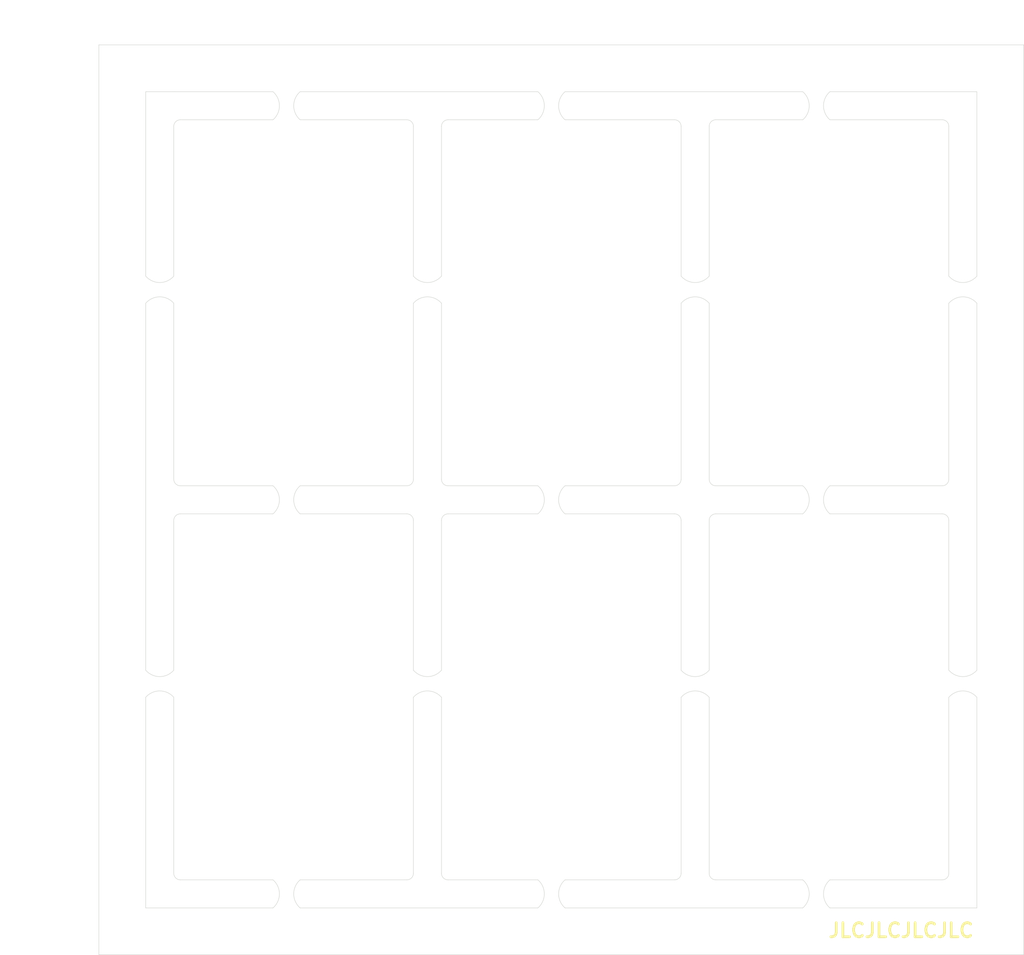
<source format=kicad_pcb>
(kicad_pcb (version 20171130) (host pcbnew 5.1.12-84ad8e8a86~92~ubuntu20.04.1)

  (general
    (thickness 1.6)
    (drawings 128)
    (tracks 0)
    (zones 0)
    (modules 102)
    (nets 1)
  )

  (page A4)
  (layers
    (0 F.Cu signal)
    (31 B.Cu signal)
    (32 B.Adhes user)
    (33 F.Adhes user)
    (34 B.Paste user)
    (35 F.Paste user)
    (36 B.SilkS user)
    (37 F.SilkS user)
    (38 B.Mask user)
    (39 F.Mask user)
    (40 Dwgs.User user)
    (41 Cmts.User user)
    (42 Eco1.User user)
    (43 Eco2.User user)
    (44 Edge.Cuts user)
    (45 Margin user)
    (46 B.CrtYd user)
    (47 F.CrtYd user)
    (48 B.Fab user)
    (49 F.Fab user)
  )

  (setup
    (last_trace_width 0.25)
    (trace_clearance 0.2)
    (zone_clearance 0.3)
    (zone_45_only no)
    (trace_min 0.2)
    (via_size 0.8)
    (via_drill 0.4)
    (via_min_size 0.4)
    (via_min_drill 0.3)
    (uvia_size 0.3)
    (uvia_drill 0.1)
    (uvias_allowed no)
    (uvia_min_size 0.2)
    (uvia_min_drill 0.1)
    (edge_width 0.05)
    (segment_width 0.2)
    (pcb_text_width 0.3)
    (pcb_text_size 1.5 1.5)
    (mod_edge_width 0.12)
    (mod_text_size 1 1)
    (mod_text_width 0.15)
    (pad_size 1.524 1.524)
    (pad_drill 0.762)
    (pad_to_mask_clearance 0)
    (aux_axis_origin 0 0)
    (visible_elements FFFFFF7F)
    (pcbplotparams
      (layerselection 0x010fc_ffffffff)
      (usegerberextensions false)
      (usegerberattributes true)
      (usegerberadvancedattributes true)
      (creategerberjobfile true)
      (excludeedgelayer true)
      (linewidth 0.100000)
      (plotframeref false)
      (viasonmask false)
      (mode 1)
      (useauxorigin false)
      (hpglpennumber 1)
      (hpglpenspeed 20)
      (hpglpendiameter 15.000000)
      (psnegative false)
      (psa4output false)
      (plotreference true)
      (plotvalue true)
      (plotinvisibletext false)
      (padsonsilk false)
      (subtractmaskfromsilk false)
      (outputformat 1)
      (mirror false)
      (drillshape 0)
      (scaleselection 1)
      (outputdirectory "cpl/"))
  )

  (net 0 "")

  (net_class Default "This is the default net class."
    (clearance 0.2)
    (trace_width 0.25)
    (via_dia 0.8)
    (via_drill 0.4)
    (uvia_dia 0.3)
    (uvia_drill 0.1)
  )

  (module panels:0.5mm-NPTH-Drill (layer F.Cu) (tedit 5E4C20B0) (tstamp 61A4E36F)
    (at 192.9 114.9 90)
    (fp_text reference REF** (at 0 1 90) (layer F.SilkS) hide
      (effects (font (size 1 1) (thickness 0.15)))
    )
    (fp_text value 0.5mm-NPTH-Drill (at 0 -1 90) (layer F.Fab) hide
      (effects (font (size 1 1) (thickness 0.15)))
    )
    (pad "" np_thru_hole circle (at 0 0 90) (size 0.5 0.5) (drill 0.5) (layers *.Cu *.Mask))
  )

  (module panels:0.5mm-NPTH-Drill (layer F.Cu) (tedit 5E4C20B0) (tstamp 61A4E367)
    (at 164.3 114.9 90)
    (fp_text reference REF** (at 0 1 90) (layer F.SilkS) hide
      (effects (font (size 1 1) (thickness 0.15)))
    )
    (fp_text value 0.5mm-NPTH-Drill (at 0 -1 90) (layer F.Fab) hide
      (effects (font (size 1 1) (thickness 0.15)))
    )
    (pad "" np_thru_hole circle (at 0 0 90) (size 0.5 0.5) (drill 0.5) (layers *.Cu *.Mask))
  )

  (module panels:0.5mm-NPTH-Drill (layer F.Cu) (tedit 5E4C20B0) (tstamp 61A4E405)
    (at 195.4 115.5 90)
    (fp_text reference REF** (at 0 1 90) (layer F.SilkS) hide
      (effects (font (size 1 1) (thickness 0.15)))
    )
    (fp_text value 0.5mm-NPTH-Drill (at 0 -1 90) (layer F.Fab) hide
      (effects (font (size 1 1) (thickness 0.15)))
    )
    (pad "" np_thru_hole circle (at 0 0 90) (size 0.5 0.5) (drill 0.5) (layers *.Cu *.Mask))
  )

  (module panels:0.5mm-NPTH-Drill (layer F.Cu) (tedit 5E4C20B0) (tstamp 61A4E3FD)
    (at 166.8 115.5 90)
    (fp_text reference REF** (at 0 1 90) (layer F.SilkS) hide
      (effects (font (size 1 1) (thickness 0.15)))
    )
    (fp_text value 0.5mm-NPTH-Drill (at 0 -1 90) (layer F.Fab) hide
      (effects (font (size 1 1) (thickness 0.15)))
    )
    (pad "" np_thru_hole circle (at 0 0 90) (size 0.5 0.5) (drill 0.5) (layers *.Cu *.Mask))
  )

  (module panels:0.5mm-NPTH-Drill (layer F.Cu) (tedit 5E4C20B0) (tstamp 61A4E3F5)
    (at 138.2 115.5 90)
    (fp_text reference REF** (at 0 1 90) (layer F.SilkS) hide
      (effects (font (size 1 1) (thickness 0.15)))
    )
    (fp_text value 0.5mm-NPTH-Drill (at 0 -1 90) (layer F.Fab) hide
      (effects (font (size 1 1) (thickness 0.15)))
    )
    (pad "" np_thru_hole circle (at 0 0 90) (size 0.5 0.5) (drill 0.5) (layers *.Cu *.Mask))
  )

  (module panels:0.5mm-NPTH-Drill (layer F.Cu) (tedit 5E4C20B0) (tstamp 61A4E3ED)
    (at 109.6 115.5 90)
    (fp_text reference REF** (at 0 1 90) (layer F.SilkS) hide
      (effects (font (size 1 1) (thickness 0.15)))
    )
    (fp_text value 0.5mm-NPTH-Drill (at 0 -1 90) (layer F.Fab) hide
      (effects (font (size 1 1) (thickness 0.15)))
    )
    (pad "" np_thru_hole circle (at 0 0 90) (size 0.5 0.5) (drill 0.5) (layers *.Cu *.Mask))
  )

  (module panels:0.5mm-NPTH-Drill (layer F.Cu) (tedit 5E4C20B0) (tstamp 61A4E3E5)
    (at 195.4 73.4 90)
    (fp_text reference REF** (at 0 1 90) (layer F.SilkS) hide
      (effects (font (size 1 1) (thickness 0.15)))
    )
    (fp_text value 0.5mm-NPTH-Drill (at 0 -1 90) (layer F.Fab) hide
      (effects (font (size 1 1) (thickness 0.15)))
    )
    (pad "" np_thru_hole circle (at 0 0 90) (size 0.5 0.5) (drill 0.5) (layers *.Cu *.Mask))
  )

  (module panels:0.5mm-NPTH-Drill (layer F.Cu) (tedit 5E4C20B0) (tstamp 61A4E3DD)
    (at 166.8 73.4 90)
    (fp_text reference REF** (at 0 1 90) (layer F.SilkS) hide
      (effects (font (size 1 1) (thickness 0.15)))
    )
    (fp_text value 0.5mm-NPTH-Drill (at 0 -1 90) (layer F.Fab) hide
      (effects (font (size 1 1) (thickness 0.15)))
    )
    (pad "" np_thru_hole circle (at 0 0 90) (size 0.5 0.5) (drill 0.5) (layers *.Cu *.Mask))
  )

  (module panels:0.5mm-NPTH-Drill (layer F.Cu) (tedit 5E4C20B0) (tstamp 61A4E3D5)
    (at 138.2 73.4 90)
    (fp_text reference REF** (at 0 1 90) (layer F.SilkS) hide
      (effects (font (size 1 1) (thickness 0.15)))
    )
    (fp_text value 0.5mm-NPTH-Drill (at 0 -1 90) (layer F.Fab) hide
      (effects (font (size 1 1) (thickness 0.15)))
    )
    (pad "" np_thru_hole circle (at 0 0 90) (size 0.5 0.5) (drill 0.5) (layers *.Cu *.Mask))
  )

  (module panels:0.5mm-NPTH-Drill (layer F.Cu) (tedit 5E4C20B0) (tstamp 61A4E3BA)
    (at 192.9 115.6 90)
    (fp_text reference REF** (at 0 1 90) (layer F.SilkS) hide
      (effects (font (size 1 1) (thickness 0.15)))
    )
    (fp_text value 0.5mm-NPTH-Drill (at 0 -1 90) (layer F.Fab) hide
      (effects (font (size 1 1) (thickness 0.15)))
    )
    (pad "" np_thru_hole circle (at 0 0 90) (size 0.5 0.5) (drill 0.5) (layers *.Cu *.Mask))
  )

  (module panels:0.5mm-NPTH-Drill (layer F.Cu) (tedit 5E4C20B0) (tstamp 61A4E3B2)
    (at 164.3 115.6 90)
    (fp_text reference REF** (at 0 1 90) (layer F.SilkS) hide
      (effects (font (size 1 1) (thickness 0.15)))
    )
    (fp_text value 0.5mm-NPTH-Drill (at 0 -1 90) (layer F.Fab) hide
      (effects (font (size 1 1) (thickness 0.15)))
    )
    (pad "" np_thru_hole circle (at 0 0 90) (size 0.5 0.5) (drill 0.5) (layers *.Cu *.Mask))
  )

  (module panels:0.5mm-NPTH-Drill (layer F.Cu) (tedit 5E4C20B0) (tstamp 61A4E3AA)
    (at 135.7 115.6 90)
    (fp_text reference REF** (at 0 1 90) (layer F.SilkS) hide
      (effects (font (size 1 1) (thickness 0.15)))
    )
    (fp_text value 0.5mm-NPTH-Drill (at 0 -1 90) (layer F.Fab) hide
      (effects (font (size 1 1) (thickness 0.15)))
    )
    (pad "" np_thru_hole circle (at 0 0 90) (size 0.5 0.5) (drill 0.5) (layers *.Cu *.Mask))
  )

  (module panels:0.5mm-NPTH-Drill (layer F.Cu) (tedit 5E4C20B0) (tstamp 61A4E3A2)
    (at 107.1 115.6 90)
    (fp_text reference REF** (at 0 1 90) (layer F.SilkS) hide
      (effects (font (size 1 1) (thickness 0.15)))
    )
    (fp_text value 0.5mm-NPTH-Drill (at 0 -1 90) (layer F.Fab) hide
      (effects (font (size 1 1) (thickness 0.15)))
    )
    (pad "" np_thru_hole circle (at 0 0 90) (size 0.5 0.5) (drill 0.5) (layers *.Cu *.Mask))
  )

  (module panels:0.5mm-NPTH-Drill (layer F.Cu) (tedit 5E4C20B0) (tstamp 61A4E39A)
    (at 192.9 73.5 90)
    (fp_text reference REF** (at 0 1 90) (layer F.SilkS) hide
      (effects (font (size 1 1) (thickness 0.15)))
    )
    (fp_text value 0.5mm-NPTH-Drill (at 0 -1 90) (layer F.Fab) hide
      (effects (font (size 1 1) (thickness 0.15)))
    )
    (pad "" np_thru_hole circle (at 0 0 90) (size 0.5 0.5) (drill 0.5) (layers *.Cu *.Mask))
  )

  (module panels:0.5mm-NPTH-Drill (layer F.Cu) (tedit 5E4C20B0) (tstamp 61A4E392)
    (at 164.3 73.5 90)
    (fp_text reference REF** (at 0 1 90) (layer F.SilkS) hide
      (effects (font (size 1 1) (thickness 0.15)))
    )
    (fp_text value 0.5mm-NPTH-Drill (at 0 -1 90) (layer F.Fab) hide
      (effects (font (size 1 1) (thickness 0.15)))
    )
    (pad "" np_thru_hole circle (at 0 0 90) (size 0.5 0.5) (drill 0.5) (layers *.Cu *.Mask))
  )

  (module panels:0.5mm-NPTH-Drill (layer F.Cu) (tedit 5E4C20B0) (tstamp 61A4E38A)
    (at 135.7 73.5 90)
    (fp_text reference REF** (at 0 1 90) (layer F.SilkS) hide
      (effects (font (size 1 1) (thickness 0.15)))
    )
    (fp_text value 0.5mm-NPTH-Drill (at 0 -1 90) (layer F.Fab) hide
      (effects (font (size 1 1) (thickness 0.15)))
    )
    (pad "" np_thru_hole circle (at 0 0 90) (size 0.5 0.5) (drill 0.5) (layers *.Cu *.Mask))
  )

  (module panels:0.5mm-NPTH-Drill (layer F.Cu) (tedit 5E4C20B0) (tstamp 61A4E35F)
    (at 135.7 114.9 90)
    (fp_text reference REF** (at 0 1 90) (layer F.SilkS) hide
      (effects (font (size 1 1) (thickness 0.15)))
    )
    (fp_text value 0.5mm-NPTH-Drill (at 0 -1 90) (layer F.Fab) hide
      (effects (font (size 1 1) (thickness 0.15)))
    )
    (pad "" np_thru_hole circle (at 0 0 90) (size 0.5 0.5) (drill 0.5) (layers *.Cu *.Mask))
  )

  (module panels:0.5mm-NPTH-Drill (layer F.Cu) (tedit 5E4C20B0) (tstamp 61A4E357)
    (at 107.1 114.9 90)
    (fp_text reference REF** (at 0 1 90) (layer F.SilkS) hide
      (effects (font (size 1 1) (thickness 0.15)))
    )
    (fp_text value 0.5mm-NPTH-Drill (at 0 -1 90) (layer F.Fab) hide
      (effects (font (size 1 1) (thickness 0.15)))
    )
    (pad "" np_thru_hole circle (at 0 0 90) (size 0.5 0.5) (drill 0.5) (layers *.Cu *.Mask))
  )

  (module panels:0.5mm-NPTH-Drill (layer F.Cu) (tedit 5E4C20B0) (tstamp 61A4E34F)
    (at 192.9 72.8 90)
    (fp_text reference REF** (at 0 1 90) (layer F.SilkS) hide
      (effects (font (size 1 1) (thickness 0.15)))
    )
    (fp_text value 0.5mm-NPTH-Drill (at 0 -1 90) (layer F.Fab) hide
      (effects (font (size 1 1) (thickness 0.15)))
    )
    (pad "" np_thru_hole circle (at 0 0 90) (size 0.5 0.5) (drill 0.5) (layers *.Cu *.Mask))
  )

  (module panels:0.5mm-NPTH-Drill (layer F.Cu) (tedit 5E4C20B0) (tstamp 61A4E347)
    (at 164.3 72.8 90)
    (fp_text reference REF** (at 0 1 90) (layer F.SilkS) hide
      (effects (font (size 1 1) (thickness 0.15)))
    )
    (fp_text value 0.5mm-NPTH-Drill (at 0 -1 90) (layer F.Fab) hide
      (effects (font (size 1 1) (thickness 0.15)))
    )
    (pad "" np_thru_hole circle (at 0 0 90) (size 0.5 0.5) (drill 0.5) (layers *.Cu *.Mask))
  )

  (module panels:0.5mm-NPTH-Drill (layer F.Cu) (tedit 5E4C20B0) (tstamp 61A4E33F)
    (at 135.7 72.8 90)
    (fp_text reference REF** (at 0 1 90) (layer F.SilkS) hide
      (effects (font (size 1 1) (thickness 0.15)))
    )
    (fp_text value 0.5mm-NPTH-Drill (at 0 -1 90) (layer F.Fab) hide
      (effects (font (size 1 1) (thickness 0.15)))
    )
    (pad "" np_thru_hole circle (at 0 0 90) (size 0.5 0.5) (drill 0.5) (layers *.Cu *.Mask))
  )

  (module panels:0.5mm-NPTH-Drill (layer F.Cu) (tedit 5E4C20B0) (tstamp 61A4E333)
    (at 192.9 114.2 90)
    (fp_text reference REF** (at 0 1 90) (layer F.SilkS) hide
      (effects (font (size 1 1) (thickness 0.15)))
    )
    (fp_text value 0.5mm-NPTH-Drill (at 0 -1 90) (layer F.Fab) hide
      (effects (font (size 1 1) (thickness 0.15)))
    )
    (pad "" np_thru_hole circle (at 0 0 90) (size 0.5 0.5) (drill 0.5) (layers *.Cu *.Mask))
  )

  (module panels:0.5mm-NPTH-Drill (layer F.Cu) (tedit 5E4C20B0) (tstamp 61A4E32B)
    (at 164.3 114.2 90)
    (fp_text reference REF** (at 0 1 90) (layer F.SilkS) hide
      (effects (font (size 1 1) (thickness 0.15)))
    )
    (fp_text value 0.5mm-NPTH-Drill (at 0 -1 90) (layer F.Fab) hide
      (effects (font (size 1 1) (thickness 0.15)))
    )
    (pad "" np_thru_hole circle (at 0 0 90) (size 0.5 0.5) (drill 0.5) (layers *.Cu *.Mask))
  )

  (module panels:0.5mm-NPTH-Drill (layer F.Cu) (tedit 5E4C20B0) (tstamp 61A4E323)
    (at 135.7 114.2 90)
    (fp_text reference REF** (at 0 1 90) (layer F.SilkS) hide
      (effects (font (size 1 1) (thickness 0.15)))
    )
    (fp_text value 0.5mm-NPTH-Drill (at 0 -1 90) (layer F.Fab) hide
      (effects (font (size 1 1) (thickness 0.15)))
    )
    (pad "" np_thru_hole circle (at 0 0 90) (size 0.5 0.5) (drill 0.5) (layers *.Cu *.Mask))
  )

  (module panels:0.5mm-NPTH-Drill (layer F.Cu) (tedit 5E4C20B0) (tstamp 61A4E31B)
    (at 107.1 114.2 90)
    (fp_text reference REF** (at 0 1 90) (layer F.SilkS) hide
      (effects (font (size 1 1) (thickness 0.15)))
    )
    (fp_text value 0.5mm-NPTH-Drill (at 0 -1 90) (layer F.Fab) hide
      (effects (font (size 1 1) (thickness 0.15)))
    )
    (pad "" np_thru_hole circle (at 0 0 90) (size 0.5 0.5) (drill 0.5) (layers *.Cu *.Mask))
  )

  (module panels:0.5mm-NPTH-Drill (layer F.Cu) (tedit 5E4C20B0) (tstamp 61A4E313)
    (at 192.9 72.1 90)
    (fp_text reference REF** (at 0 1 90) (layer F.SilkS) hide
      (effects (font (size 1 1) (thickness 0.15)))
    )
    (fp_text value 0.5mm-NPTH-Drill (at 0 -1 90) (layer F.Fab) hide
      (effects (font (size 1 1) (thickness 0.15)))
    )
    (pad "" np_thru_hole circle (at 0 0 90) (size 0.5 0.5) (drill 0.5) (layers *.Cu *.Mask))
  )

  (module panels:0.5mm-NPTH-Drill (layer F.Cu) (tedit 5E4C20B0) (tstamp 61A4E30B)
    (at 164.3 72.1 90)
    (fp_text reference REF** (at 0 1 90) (layer F.SilkS) hide
      (effects (font (size 1 1) (thickness 0.15)))
    )
    (fp_text value 0.5mm-NPTH-Drill (at 0 -1 90) (layer F.Fab) hide
      (effects (font (size 1 1) (thickness 0.15)))
    )
    (pad "" np_thru_hole circle (at 0 0 90) (size 0.5 0.5) (drill 0.5) (layers *.Cu *.Mask))
  )

  (module panels:0.5mm-NPTH-Drill (layer F.Cu) (tedit 5E4C20B0) (tstamp 61A4E303)
    (at 135.7 72.1 90)
    (fp_text reference REF** (at 0 1 90) (layer F.SilkS) hide
      (effects (font (size 1 1) (thickness 0.15)))
    )
    (fp_text value 0.5mm-NPTH-Drill (at 0 -1 90) (layer F.Fab) hide
      (effects (font (size 1 1) (thickness 0.15)))
    )
    (pad "" np_thru_hole circle (at 0 0 90) (size 0.5 0.5) (drill 0.5) (layers *.Cu *.Mask))
  )

  (module panels:0.5mm-NPTH-Drill (layer F.Cu) (tedit 5E4C20B0) (tstamp 61A4E2F7)
    (at 195.4 114.1 90)
    (fp_text reference REF** (at 0 1 90) (layer F.SilkS) hide
      (effects (font (size 1 1) (thickness 0.15)))
    )
    (fp_text value 0.5mm-NPTH-Drill (at 0 -1 90) (layer F.Fab) hide
      (effects (font (size 1 1) (thickness 0.15)))
    )
    (pad "" np_thru_hole circle (at 0 0 90) (size 0.5 0.5) (drill 0.5) (layers *.Cu *.Mask))
  )

  (module panels:0.5mm-NPTH-Drill (layer F.Cu) (tedit 5E4C20B0) (tstamp 61A4E2EF)
    (at 166.8 114.1 90)
    (fp_text reference REF** (at 0 1 90) (layer F.SilkS) hide
      (effects (font (size 1 1) (thickness 0.15)))
    )
    (fp_text value 0.5mm-NPTH-Drill (at 0 -1 90) (layer F.Fab) hide
      (effects (font (size 1 1) (thickness 0.15)))
    )
    (pad "" np_thru_hole circle (at 0 0 90) (size 0.5 0.5) (drill 0.5) (layers *.Cu *.Mask))
  )

  (module panels:0.5mm-NPTH-Drill (layer F.Cu) (tedit 5E4C20B0) (tstamp 61A4E2E7)
    (at 138.2 114.1 90)
    (fp_text reference REF** (at 0 1 90) (layer F.SilkS) hide
      (effects (font (size 1 1) (thickness 0.15)))
    )
    (fp_text value 0.5mm-NPTH-Drill (at 0 -1 90) (layer F.Fab) hide
      (effects (font (size 1 1) (thickness 0.15)))
    )
    (pad "" np_thru_hole circle (at 0 0 90) (size 0.5 0.5) (drill 0.5) (layers *.Cu *.Mask))
  )

  (module panels:0.5mm-NPTH-Drill (layer F.Cu) (tedit 5E4C20B0) (tstamp 61A4E2DF)
    (at 109.6 114.1 90)
    (fp_text reference REF** (at 0 1 90) (layer F.SilkS) hide
      (effects (font (size 1 1) (thickness 0.15)))
    )
    (fp_text value 0.5mm-NPTH-Drill (at 0 -1 90) (layer F.Fab) hide
      (effects (font (size 1 1) (thickness 0.15)))
    )
    (pad "" np_thru_hole circle (at 0 0 90) (size 0.5 0.5) (drill 0.5) (layers *.Cu *.Mask))
  )

  (module panels:0.5mm-NPTH-Drill (layer F.Cu) (tedit 5E4C20B0) (tstamp 61A4E2D7)
    (at 195.4 72 90)
    (fp_text reference REF** (at 0 1 90) (layer F.SilkS) hide
      (effects (font (size 1 1) (thickness 0.15)))
    )
    (fp_text value 0.5mm-NPTH-Drill (at 0 -1 90) (layer F.Fab) hide
      (effects (font (size 1 1) (thickness 0.15)))
    )
    (pad "" np_thru_hole circle (at 0 0 90) (size 0.5 0.5) (drill 0.5) (layers *.Cu *.Mask))
  )

  (module panels:0.5mm-NPTH-Drill (layer F.Cu) (tedit 5E4C20B0) (tstamp 61A4E2CF)
    (at 166.8 72 90)
    (fp_text reference REF** (at 0 1 90) (layer F.SilkS) hide
      (effects (font (size 1 1) (thickness 0.15)))
    )
    (fp_text value 0.5mm-NPTH-Drill (at 0 -1 90) (layer F.Fab) hide
      (effects (font (size 1 1) (thickness 0.15)))
    )
    (pad "" np_thru_hole circle (at 0 0 90) (size 0.5 0.5) (drill 0.5) (layers *.Cu *.Mask))
  )

  (module panels:0.5mm-NPTH-Drill (layer F.Cu) (tedit 5E4C20B0) (tstamp 61A4E2C7)
    (at 138.2 72 90)
    (fp_text reference REF** (at 0 1 90) (layer F.SilkS) hide
      (effects (font (size 1 1) (thickness 0.15)))
    )
    (fp_text value 0.5mm-NPTH-Drill (at 0 -1 90) (layer F.Fab) hide
      (effects (font (size 1 1) (thickness 0.15)))
    )
    (pad "" np_thru_hole circle (at 0 0 90) (size 0.5 0.5) (drill 0.5) (layers *.Cu *.Mask))
  )

  (module panels:0.5mm-NPTH-Drill (layer F.Cu) (tedit 5E4C20B0) (tstamp 61A4E2BB)
    (at 195.4 114.8 90)
    (fp_text reference REF** (at 0 1 90) (layer F.SilkS) hide
      (effects (font (size 1 1) (thickness 0.15)))
    )
    (fp_text value 0.5mm-NPTH-Drill (at 0 -1 90) (layer F.Fab) hide
      (effects (font (size 1 1) (thickness 0.15)))
    )
    (pad "" np_thru_hole circle (at 0 0 90) (size 0.5 0.5) (drill 0.5) (layers *.Cu *.Mask))
  )

  (module panels:0.5mm-NPTH-Drill (layer F.Cu) (tedit 5E4C20B0) (tstamp 61A4E2B3)
    (at 166.8 114.8 90)
    (fp_text reference REF** (at 0 1 90) (layer F.SilkS) hide
      (effects (font (size 1 1) (thickness 0.15)))
    )
    (fp_text value 0.5mm-NPTH-Drill (at 0 -1 90) (layer F.Fab) hide
      (effects (font (size 1 1) (thickness 0.15)))
    )
    (pad "" np_thru_hole circle (at 0 0 90) (size 0.5 0.5) (drill 0.5) (layers *.Cu *.Mask))
  )

  (module panels:0.5mm-NPTH-Drill (layer F.Cu) (tedit 5E4C20B0) (tstamp 61A4E2AB)
    (at 138.2 114.8 90)
    (fp_text reference REF** (at 0 1 90) (layer F.SilkS) hide
      (effects (font (size 1 1) (thickness 0.15)))
    )
    (fp_text value 0.5mm-NPTH-Drill (at 0 -1 90) (layer F.Fab) hide
      (effects (font (size 1 1) (thickness 0.15)))
    )
    (pad "" np_thru_hole circle (at 0 0 90) (size 0.5 0.5) (drill 0.5) (layers *.Cu *.Mask))
  )

  (module panels:0.5mm-NPTH-Drill (layer F.Cu) (tedit 5E4C20B0) (tstamp 61A4E2A3)
    (at 109.6 114.8 90)
    (fp_text reference REF** (at 0 1 90) (layer F.SilkS) hide
      (effects (font (size 1 1) (thickness 0.15)))
    )
    (fp_text value 0.5mm-NPTH-Drill (at 0 -1 90) (layer F.Fab) hide
      (effects (font (size 1 1) (thickness 0.15)))
    )
    (pad "" np_thru_hole circle (at 0 0 90) (size 0.5 0.5) (drill 0.5) (layers *.Cu *.Mask))
  )

  (module panels:0.5mm-NPTH-Drill (layer F.Cu) (tedit 5E4C20B0) (tstamp 61A4E29B)
    (at 195.4 72.7 90)
    (fp_text reference REF** (at 0 1 90) (layer F.SilkS) hide
      (effects (font (size 1 1) (thickness 0.15)))
    )
    (fp_text value 0.5mm-NPTH-Drill (at 0 -1 90) (layer F.Fab) hide
      (effects (font (size 1 1) (thickness 0.15)))
    )
    (pad "" np_thru_hole circle (at 0 0 90) (size 0.5 0.5) (drill 0.5) (layers *.Cu *.Mask))
  )

  (module panels:0.5mm-NPTH-Drill (layer F.Cu) (tedit 5E4C20B0) (tstamp 61A4E293)
    (at 166.8 72.7 90)
    (fp_text reference REF** (at 0 1 90) (layer F.SilkS) hide
      (effects (font (size 1 1) (thickness 0.15)))
    )
    (fp_text value 0.5mm-NPTH-Drill (at 0 -1 90) (layer F.Fab) hide
      (effects (font (size 1 1) (thickness 0.15)))
    )
    (pad "" np_thru_hole circle (at 0 0 90) (size 0.5 0.5) (drill 0.5) (layers *.Cu *.Mask))
  )

  (module panels:0.5mm-NPTH-Drill (layer F.Cu) (tedit 5E4C20B0) (tstamp 61A4E28B)
    (at 138.2 72.7 90)
    (fp_text reference REF** (at 0 1 90) (layer F.SilkS) hide
      (effects (font (size 1 1) (thickness 0.15)))
    )
    (fp_text value 0.5mm-NPTH-Drill (at 0 -1 90) (layer F.Fab) hide
      (effects (font (size 1 1) (thickness 0.15)))
    )
    (pad "" np_thru_hole circle (at 0 0 90) (size 0.5 0.5) (drill 0.5) (layers *.Cu *.Mask))
  )

  (module panels:0.5mm-NPTH-Drill (layer F.Cu) (tedit 5E4C20B0) (tstamp 61A4DEEA)
    (at 109.6 72.7 90)
    (fp_text reference REF** (at 0 1 90) (layer F.SilkS) hide
      (effects (font (size 1 1) (thickness 0.15)))
    )
    (fp_text value 0.5mm-NPTH-Drill (at 0 -1 90) (layer F.Fab) hide
      (effects (font (size 1 1) (thickness 0.15)))
    )
    (pad "" np_thru_hole circle (at 0 0 90) (size 0.5 0.5) (drill 0.5) (layers *.Cu *.Mask))
  )

  (module panels:0.5mm-NPTH-Drill (layer F.Cu) (tedit 5E4C20B0) (tstamp 61A4DEE6)
    (at 109.6 72 90)
    (fp_text reference REF** (at 0 1 90) (layer F.SilkS) hide
      (effects (font (size 1 1) (thickness 0.15)))
    )
    (fp_text value 0.5mm-NPTH-Drill (at 0 -1 90) (layer F.Fab) hide
      (effects (font (size 1 1) (thickness 0.15)))
    )
    (pad "" np_thru_hole circle (at 0 0 90) (size 0.5 0.5) (drill 0.5) (layers *.Cu *.Mask))
  )

  (module panels:0.5mm-NPTH-Drill (layer F.Cu) (tedit 5E4C20B0) (tstamp 61A4DEE1)
    (at 107.1 72.8 90)
    (fp_text reference REF** (at 0 1 90) (layer F.SilkS) hide
      (effects (font (size 1 1) (thickness 0.15)))
    )
    (fp_text value 0.5mm-NPTH-Drill (at 0 -1 90) (layer F.Fab) hide
      (effects (font (size 1 1) (thickness 0.15)))
    )
    (pad "" np_thru_hole circle (at 0 0 90) (size 0.5 0.5) (drill 0.5) (layers *.Cu *.Mask))
  )

  (module panels:0.5mm-NPTH-Drill (layer F.Cu) (tedit 5E4C20B0) (tstamp 61A4DEDD)
    (at 107.1 72.1 90)
    (fp_text reference REF** (at 0 1 90) (layer F.SilkS) hide
      (effects (font (size 1 1) (thickness 0.15)))
    )
    (fp_text value 0.5mm-NPTH-Drill (at 0 -1 90) (layer F.Fab) hide
      (effects (font (size 1 1) (thickness 0.15)))
    )
    (pad "" np_thru_hole circle (at 0 0 90) (size 0.5 0.5) (drill 0.5) (layers *.Cu *.Mask))
  )

  (module panels:0.5mm-NPTH-Drill (layer F.Cu) (tedit 5E4C20B0) (tstamp 61A4DED9)
    (at 107.1 73.5 90)
    (fp_text reference REF** (at 0 1 90) (layer F.SilkS) hide
      (effects (font (size 1 1) (thickness 0.15)))
    )
    (fp_text value 0.5mm-NPTH-Drill (at 0 -1 90) (layer F.Fab) hide
      (effects (font (size 1 1) (thickness 0.15)))
    )
    (pad "" np_thru_hole circle (at 0 0 90) (size 0.5 0.5) (drill 0.5) (layers *.Cu *.Mask))
  )

  (module panels:0.5mm-NPTH-Drill (layer F.Cu) (tedit 5E4C20B0) (tstamp 61A4DED5)
    (at 109.6 73.4 90)
    (fp_text reference REF** (at 0 1 90) (layer F.SilkS) hide
      (effects (font (size 1 1) (thickness 0.15)))
    )
    (fp_text value 0.5mm-NPTH-Drill (at 0 -1 90) (layer F.Fab) hide
      (effects (font (size 1 1) (thickness 0.15)))
    )
    (pad "" np_thru_hole circle (at 0 0 90) (size 0.5 0.5) (drill 0.5) (layers *.Cu *.Mask))
  )

  (module panels:0.5mm-NPTH-Drill (layer F.Cu) (tedit 5E4C20B0) (tstamp 61A4DE53)
    (at 178.6 138.5)
    (fp_text reference REF** (at 0 1) (layer F.SilkS) hide
      (effects (font (size 1 1) (thickness 0.15)))
    )
    (fp_text value 0.5mm-NPTH-Drill (at 0 -1) (layer F.Fab) hide
      (effects (font (size 1 1) (thickness 0.15)))
    )
    (pad "" np_thru_hole circle (at 0 0) (size 0.5 0.5) (drill 0.5) (layers *.Cu *.Mask))
  )

  (module panels:0.5mm-NPTH-Drill (layer F.Cu) (tedit 5E4C20B0) (tstamp 61A4DE4B)
    (at 150.3 138.5)
    (fp_text reference REF** (at 0 1) (layer F.SilkS) hide
      (effects (font (size 1 1) (thickness 0.15)))
    )
    (fp_text value 0.5mm-NPTH-Drill (at 0 -1) (layer F.Fab) hide
      (effects (font (size 1 1) (thickness 0.15)))
    )
    (pad "" np_thru_hole circle (at 0 0) (size 0.5 0.5) (drill 0.5) (layers *.Cu *.Mask))
  )

  (module panels:0.5mm-NPTH-Drill (layer F.Cu) (tedit 5E4C20B0) (tstamp 61A4DE43)
    (at 122 138.5)
    (fp_text reference REF** (at 0 1) (layer F.SilkS) hide
      (effects (font (size 1 1) (thickness 0.15)))
    )
    (fp_text value 0.5mm-NPTH-Drill (at 0 -1) (layer F.Fab) hide
      (effects (font (size 1 1) (thickness 0.15)))
    )
    (pad "" np_thru_hole circle (at 0 0) (size 0.5 0.5) (drill 0.5) (layers *.Cu *.Mask))
  )

  (module panels:0.5mm-NPTH-Drill (layer F.Cu) (tedit 5E4C20B0) (tstamp 61A4DE3B)
    (at 178.6 96.4)
    (fp_text reference REF** (at 0 1) (layer F.SilkS) hide
      (effects (font (size 1 1) (thickness 0.15)))
    )
    (fp_text value 0.5mm-NPTH-Drill (at 0 -1) (layer F.Fab) hide
      (effects (font (size 1 1) (thickness 0.15)))
    )
    (pad "" np_thru_hole circle (at 0 0) (size 0.5 0.5) (drill 0.5) (layers *.Cu *.Mask))
  )

  (module panels:0.5mm-NPTH-Drill (layer F.Cu) (tedit 5E4C20B0) (tstamp 61A4DE33)
    (at 150.3 96.4)
    (fp_text reference REF** (at 0 1) (layer F.SilkS) hide
      (effects (font (size 1 1) (thickness 0.15)))
    )
    (fp_text value 0.5mm-NPTH-Drill (at 0 -1) (layer F.Fab) hide
      (effects (font (size 1 1) (thickness 0.15)))
    )
    (pad "" np_thru_hole circle (at 0 0) (size 0.5 0.5) (drill 0.5) (layers *.Cu *.Mask))
  )

  (module panels:0.5mm-NPTH-Drill (layer F.Cu) (tedit 5E4C20B0) (tstamp 61A4DE2B)
    (at 122 96.4)
    (fp_text reference REF** (at 0 1) (layer F.SilkS) hide
      (effects (font (size 1 1) (thickness 0.15)))
    )
    (fp_text value 0.5mm-NPTH-Drill (at 0 -1) (layer F.Fab) hide
      (effects (font (size 1 1) (thickness 0.15)))
    )
    (pad "" np_thru_hole circle (at 0 0) (size 0.5 0.5) (drill 0.5) (layers *.Cu *.Mask))
  )

  (module panels:0.5mm-NPTH-Drill (layer F.Cu) (tedit 5E4C20B0) (tstamp 61A4DE23)
    (at 178.6 54.3)
    (fp_text reference REF** (at 0 1) (layer F.SilkS) hide
      (effects (font (size 1 1) (thickness 0.15)))
    )
    (fp_text value 0.5mm-NPTH-Drill (at 0 -1) (layer F.Fab) hide
      (effects (font (size 1 1) (thickness 0.15)))
    )
    (pad "" np_thru_hole circle (at 0 0) (size 0.5 0.5) (drill 0.5) (layers *.Cu *.Mask))
  )

  (module panels:0.5mm-NPTH-Drill (layer F.Cu) (tedit 5E4C20B0) (tstamp 61A4DE1B)
    (at 150.3 54.3)
    (fp_text reference REF** (at 0 1) (layer F.SilkS) hide
      (effects (font (size 1 1) (thickness 0.15)))
    )
    (fp_text value 0.5mm-NPTH-Drill (at 0 -1) (layer F.Fab) hide
      (effects (font (size 1 1) (thickness 0.15)))
    )
    (pad "" np_thru_hole circle (at 0 0) (size 0.5 0.5) (drill 0.5) (layers *.Cu *.Mask))
  )

  (module panels:0.5mm-NPTH-Drill (layer F.Cu) (tedit 5E4C20B0) (tstamp 61A4DE0F)
    (at 179.3 138.5)
    (fp_text reference REF** (at 0 1) (layer F.SilkS) hide
      (effects (font (size 1 1) (thickness 0.15)))
    )
    (fp_text value 0.5mm-NPTH-Drill (at 0 -1) (layer F.Fab) hide
      (effects (font (size 1 1) (thickness 0.15)))
    )
    (pad "" np_thru_hole circle (at 0 0) (size 0.5 0.5) (drill 0.5) (layers *.Cu *.Mask))
  )

  (module panels:0.5mm-NPTH-Drill (layer F.Cu) (tedit 5E4C20B0) (tstamp 61A4DE07)
    (at 151 138.5)
    (fp_text reference REF** (at 0 1) (layer F.SilkS) hide
      (effects (font (size 1 1) (thickness 0.15)))
    )
    (fp_text value 0.5mm-NPTH-Drill (at 0 -1) (layer F.Fab) hide
      (effects (font (size 1 1) (thickness 0.15)))
    )
    (pad "" np_thru_hole circle (at 0 0) (size 0.5 0.5) (drill 0.5) (layers *.Cu *.Mask))
  )

  (module panels:0.5mm-NPTH-Drill (layer F.Cu) (tedit 5E4C20B0) (tstamp 61A4DDFF)
    (at 122.7 138.5)
    (fp_text reference REF** (at 0 1) (layer F.SilkS) hide
      (effects (font (size 1 1) (thickness 0.15)))
    )
    (fp_text value 0.5mm-NPTH-Drill (at 0 -1) (layer F.Fab) hide
      (effects (font (size 1 1) (thickness 0.15)))
    )
    (pad "" np_thru_hole circle (at 0 0) (size 0.5 0.5) (drill 0.5) (layers *.Cu *.Mask))
  )

  (module panels:0.5mm-NPTH-Drill (layer F.Cu) (tedit 5E4C20B0) (tstamp 61A4DDF7)
    (at 179.3 96.4)
    (fp_text reference REF** (at 0 1) (layer F.SilkS) hide
      (effects (font (size 1 1) (thickness 0.15)))
    )
    (fp_text value 0.5mm-NPTH-Drill (at 0 -1) (layer F.Fab) hide
      (effects (font (size 1 1) (thickness 0.15)))
    )
    (pad "" np_thru_hole circle (at 0 0) (size 0.5 0.5) (drill 0.5) (layers *.Cu *.Mask))
  )

  (module panels:0.5mm-NPTH-Drill (layer F.Cu) (tedit 5E4C20B0) (tstamp 61A4DDEF)
    (at 151 96.4)
    (fp_text reference REF** (at 0 1) (layer F.SilkS) hide
      (effects (font (size 1 1) (thickness 0.15)))
    )
    (fp_text value 0.5mm-NPTH-Drill (at 0 -1) (layer F.Fab) hide
      (effects (font (size 1 1) (thickness 0.15)))
    )
    (pad "" np_thru_hole circle (at 0 0) (size 0.5 0.5) (drill 0.5) (layers *.Cu *.Mask))
  )

  (module panels:0.5mm-NPTH-Drill (layer F.Cu) (tedit 5E4C20B0) (tstamp 61A4DDE7)
    (at 122.7 96.4)
    (fp_text reference REF** (at 0 1) (layer F.SilkS) hide
      (effects (font (size 1 1) (thickness 0.15)))
    )
    (fp_text value 0.5mm-NPTH-Drill (at 0 -1) (layer F.Fab) hide
      (effects (font (size 1 1) (thickness 0.15)))
    )
    (pad "" np_thru_hole circle (at 0 0) (size 0.5 0.5) (drill 0.5) (layers *.Cu *.Mask))
  )

  (module panels:0.5mm-NPTH-Drill (layer F.Cu) (tedit 5E4C20B0) (tstamp 61A4DDDF)
    (at 179.3 54.3)
    (fp_text reference REF** (at 0 1) (layer F.SilkS) hide
      (effects (font (size 1 1) (thickness 0.15)))
    )
    (fp_text value 0.5mm-NPTH-Drill (at 0 -1) (layer F.Fab) hide
      (effects (font (size 1 1) (thickness 0.15)))
    )
    (pad "" np_thru_hole circle (at 0 0) (size 0.5 0.5) (drill 0.5) (layers *.Cu *.Mask))
  )

  (module panels:0.5mm-NPTH-Drill (layer F.Cu) (tedit 5E4C20B0) (tstamp 61A4DDD7)
    (at 151 54.3)
    (fp_text reference REF** (at 0 1) (layer F.SilkS) hide
      (effects (font (size 1 1) (thickness 0.15)))
    )
    (fp_text value 0.5mm-NPTH-Drill (at 0 -1) (layer F.Fab) hide
      (effects (font (size 1 1) (thickness 0.15)))
    )
    (pad "" np_thru_hole circle (at 0 0) (size 0.5 0.5) (drill 0.5) (layers *.Cu *.Mask))
  )

  (module panels:0.5mm-NPTH-Drill (layer F.Cu) (tedit 5E4C20B0) (tstamp 61A4DDCB)
    (at 178.5 136)
    (fp_text reference REF** (at 0 1) (layer F.SilkS) hide
      (effects (font (size 1 1) (thickness 0.15)))
    )
    (fp_text value 0.5mm-NPTH-Drill (at 0 -1) (layer F.Fab) hide
      (effects (font (size 1 1) (thickness 0.15)))
    )
    (pad "" np_thru_hole circle (at 0 0) (size 0.5 0.5) (drill 0.5) (layers *.Cu *.Mask))
  )

  (module panels:0.5mm-NPTH-Drill (layer F.Cu) (tedit 5E4C20B0) (tstamp 61A4DDC3)
    (at 150.2 136)
    (fp_text reference REF** (at 0 1) (layer F.SilkS) hide
      (effects (font (size 1 1) (thickness 0.15)))
    )
    (fp_text value 0.5mm-NPTH-Drill (at 0 -1) (layer F.Fab) hide
      (effects (font (size 1 1) (thickness 0.15)))
    )
    (pad "" np_thru_hole circle (at 0 0) (size 0.5 0.5) (drill 0.5) (layers *.Cu *.Mask))
  )

  (module panels:0.5mm-NPTH-Drill (layer F.Cu) (tedit 5E4C20B0) (tstamp 61A4DDBB)
    (at 121.9 136)
    (fp_text reference REF** (at 0 1) (layer F.SilkS) hide
      (effects (font (size 1 1) (thickness 0.15)))
    )
    (fp_text value 0.5mm-NPTH-Drill (at 0 -1) (layer F.Fab) hide
      (effects (font (size 1 1) (thickness 0.15)))
    )
    (pad "" np_thru_hole circle (at 0 0) (size 0.5 0.5) (drill 0.5) (layers *.Cu *.Mask))
  )

  (module panels:0.5mm-NPTH-Drill (layer F.Cu) (tedit 5E4C20B0) (tstamp 61A4DDB3)
    (at 178.5 93.9)
    (fp_text reference REF** (at 0 1) (layer F.SilkS) hide
      (effects (font (size 1 1) (thickness 0.15)))
    )
    (fp_text value 0.5mm-NPTH-Drill (at 0 -1) (layer F.Fab) hide
      (effects (font (size 1 1) (thickness 0.15)))
    )
    (pad "" np_thru_hole circle (at 0 0) (size 0.5 0.5) (drill 0.5) (layers *.Cu *.Mask))
  )

  (module panels:0.5mm-NPTH-Drill (layer F.Cu) (tedit 5E4C20B0) (tstamp 61A4DDAB)
    (at 150.2 93.9)
    (fp_text reference REF** (at 0 1) (layer F.SilkS) hide
      (effects (font (size 1 1) (thickness 0.15)))
    )
    (fp_text value 0.5mm-NPTH-Drill (at 0 -1) (layer F.Fab) hide
      (effects (font (size 1 1) (thickness 0.15)))
    )
    (pad "" np_thru_hole circle (at 0 0) (size 0.5 0.5) (drill 0.5) (layers *.Cu *.Mask))
  )

  (module panels:0.5mm-NPTH-Drill (layer F.Cu) (tedit 5E4C20B0) (tstamp 61A4DDA3)
    (at 121.9 93.9)
    (fp_text reference REF** (at 0 1) (layer F.SilkS) hide
      (effects (font (size 1 1) (thickness 0.15)))
    )
    (fp_text value 0.5mm-NPTH-Drill (at 0 -1) (layer F.Fab) hide
      (effects (font (size 1 1) (thickness 0.15)))
    )
    (pad "" np_thru_hole circle (at 0 0) (size 0.5 0.5) (drill 0.5) (layers *.Cu *.Mask))
  )

  (module panels:0.5mm-NPTH-Drill (layer F.Cu) (tedit 5E4C20B0) (tstamp 61A4DD9B)
    (at 178.5 51.8)
    (fp_text reference REF** (at 0 1) (layer F.SilkS) hide
      (effects (font (size 1 1) (thickness 0.15)))
    )
    (fp_text value 0.5mm-NPTH-Drill (at 0 -1) (layer F.Fab) hide
      (effects (font (size 1 1) (thickness 0.15)))
    )
    (pad "" np_thru_hole circle (at 0 0) (size 0.5 0.5) (drill 0.5) (layers *.Cu *.Mask))
  )

  (module panels:0.5mm-NPTH-Drill (layer F.Cu) (tedit 5E4C20B0) (tstamp 61A4DD93)
    (at 150.2 51.8)
    (fp_text reference REF** (at 0 1) (layer F.SilkS) hide
      (effects (font (size 1 1) (thickness 0.15)))
    )
    (fp_text value 0.5mm-NPTH-Drill (at 0 -1) (layer F.Fab) hide
      (effects (font (size 1 1) (thickness 0.15)))
    )
    (pad "" np_thru_hole circle (at 0 0) (size 0.5 0.5) (drill 0.5) (layers *.Cu *.Mask))
  )

  (module panels:0.5mm-NPTH-Drill (layer F.Cu) (tedit 5E4C20B0) (tstamp 61A4DD87)
    (at 179.2 136)
    (fp_text reference REF** (at 0 1) (layer F.SilkS) hide
      (effects (font (size 1 1) (thickness 0.15)))
    )
    (fp_text value 0.5mm-NPTH-Drill (at 0 -1) (layer F.Fab) hide
      (effects (font (size 1 1) (thickness 0.15)))
    )
    (pad "" np_thru_hole circle (at 0 0) (size 0.5 0.5) (drill 0.5) (layers *.Cu *.Mask))
  )

  (module panels:0.5mm-NPTH-Drill (layer F.Cu) (tedit 5E4C20B0) (tstamp 61A4DD7F)
    (at 150.9 136)
    (fp_text reference REF** (at 0 1) (layer F.SilkS) hide
      (effects (font (size 1 1) (thickness 0.15)))
    )
    (fp_text value 0.5mm-NPTH-Drill (at 0 -1) (layer F.Fab) hide
      (effects (font (size 1 1) (thickness 0.15)))
    )
    (pad "" np_thru_hole circle (at 0 0) (size 0.5 0.5) (drill 0.5) (layers *.Cu *.Mask))
  )

  (module panels:0.5mm-NPTH-Drill (layer F.Cu) (tedit 5E4C20B0) (tstamp 61A4DD77)
    (at 122.6 136)
    (fp_text reference REF** (at 0 1) (layer F.SilkS) hide
      (effects (font (size 1 1) (thickness 0.15)))
    )
    (fp_text value 0.5mm-NPTH-Drill (at 0 -1) (layer F.Fab) hide
      (effects (font (size 1 1) (thickness 0.15)))
    )
    (pad "" np_thru_hole circle (at 0 0) (size 0.5 0.5) (drill 0.5) (layers *.Cu *.Mask))
  )

  (module panels:0.5mm-NPTH-Drill (layer F.Cu) (tedit 5E4C20B0) (tstamp 61A4DD6F)
    (at 179.2 93.9)
    (fp_text reference REF** (at 0 1) (layer F.SilkS) hide
      (effects (font (size 1 1) (thickness 0.15)))
    )
    (fp_text value 0.5mm-NPTH-Drill (at 0 -1) (layer F.Fab) hide
      (effects (font (size 1 1) (thickness 0.15)))
    )
    (pad "" np_thru_hole circle (at 0 0) (size 0.5 0.5) (drill 0.5) (layers *.Cu *.Mask))
  )

  (module panels:0.5mm-NPTH-Drill (layer F.Cu) (tedit 5E4C20B0) (tstamp 61A4DD67)
    (at 150.9 93.9)
    (fp_text reference REF** (at 0 1) (layer F.SilkS) hide
      (effects (font (size 1 1) (thickness 0.15)))
    )
    (fp_text value 0.5mm-NPTH-Drill (at 0 -1) (layer F.Fab) hide
      (effects (font (size 1 1) (thickness 0.15)))
    )
    (pad "" np_thru_hole circle (at 0 0) (size 0.5 0.5) (drill 0.5) (layers *.Cu *.Mask))
  )

  (module panels:0.5mm-NPTH-Drill (layer F.Cu) (tedit 5E4C20B0) (tstamp 61A4DD5F)
    (at 122.6 93.9)
    (fp_text reference REF** (at 0 1) (layer F.SilkS) hide
      (effects (font (size 1 1) (thickness 0.15)))
    )
    (fp_text value 0.5mm-NPTH-Drill (at 0 -1) (layer F.Fab) hide
      (effects (font (size 1 1) (thickness 0.15)))
    )
    (pad "" np_thru_hole circle (at 0 0) (size 0.5 0.5) (drill 0.5) (layers *.Cu *.Mask))
  )

  (module panels:0.5mm-NPTH-Drill (layer F.Cu) (tedit 5E4C20B0) (tstamp 61A4DD57)
    (at 179.2 51.8)
    (fp_text reference REF** (at 0 1) (layer F.SilkS) hide
      (effects (font (size 1 1) (thickness 0.15)))
    )
    (fp_text value 0.5mm-NPTH-Drill (at 0 -1) (layer F.Fab) hide
      (effects (font (size 1 1) (thickness 0.15)))
    )
    (pad "" np_thru_hole circle (at 0 0) (size 0.5 0.5) (drill 0.5) (layers *.Cu *.Mask))
  )

  (module panels:0.5mm-NPTH-Drill (layer F.Cu) (tedit 5E4C20B0) (tstamp 61A4DD4F)
    (at 150.9 51.8)
    (fp_text reference REF** (at 0 1) (layer F.SilkS) hide
      (effects (font (size 1 1) (thickness 0.15)))
    )
    (fp_text value 0.5mm-NPTH-Drill (at 0 -1) (layer F.Fab) hide
      (effects (font (size 1 1) (thickness 0.15)))
    )
    (pad "" np_thru_hole circle (at 0 0) (size 0.5 0.5) (drill 0.5) (layers *.Cu *.Mask))
  )

  (module panels:0.5mm-NPTH-Drill (layer F.Cu) (tedit 5E4C20B0) (tstamp 61A4DD43)
    (at 177.8 136)
    (fp_text reference REF** (at 0 1) (layer F.SilkS) hide
      (effects (font (size 1 1) (thickness 0.15)))
    )
    (fp_text value 0.5mm-NPTH-Drill (at 0 -1) (layer F.Fab) hide
      (effects (font (size 1 1) (thickness 0.15)))
    )
    (pad "" np_thru_hole circle (at 0 0) (size 0.5 0.5) (drill 0.5) (layers *.Cu *.Mask))
  )

  (module panels:0.5mm-NPTH-Drill (layer F.Cu) (tedit 5E4C20B0) (tstamp 61A4DD3B)
    (at 149.5 136)
    (fp_text reference REF** (at 0 1) (layer F.SilkS) hide
      (effects (font (size 1 1) (thickness 0.15)))
    )
    (fp_text value 0.5mm-NPTH-Drill (at 0 -1) (layer F.Fab) hide
      (effects (font (size 1 1) (thickness 0.15)))
    )
    (pad "" np_thru_hole circle (at 0 0) (size 0.5 0.5) (drill 0.5) (layers *.Cu *.Mask))
  )

  (module panels:0.5mm-NPTH-Drill (layer F.Cu) (tedit 5E4C20B0) (tstamp 61A4DD33)
    (at 121.2 136)
    (fp_text reference REF** (at 0 1) (layer F.SilkS) hide
      (effects (font (size 1 1) (thickness 0.15)))
    )
    (fp_text value 0.5mm-NPTH-Drill (at 0 -1) (layer F.Fab) hide
      (effects (font (size 1 1) (thickness 0.15)))
    )
    (pad "" np_thru_hole circle (at 0 0) (size 0.5 0.5) (drill 0.5) (layers *.Cu *.Mask))
  )

  (module panels:0.5mm-NPTH-Drill (layer F.Cu) (tedit 5E4C20B0) (tstamp 61A4DD2B)
    (at 177.8 93.9)
    (fp_text reference REF** (at 0 1) (layer F.SilkS) hide
      (effects (font (size 1 1) (thickness 0.15)))
    )
    (fp_text value 0.5mm-NPTH-Drill (at 0 -1) (layer F.Fab) hide
      (effects (font (size 1 1) (thickness 0.15)))
    )
    (pad "" np_thru_hole circle (at 0 0) (size 0.5 0.5) (drill 0.5) (layers *.Cu *.Mask))
  )

  (module panels:0.5mm-NPTH-Drill (layer F.Cu) (tedit 5E4C20B0) (tstamp 61A4DD23)
    (at 149.5 93.9)
    (fp_text reference REF** (at 0 1) (layer F.SilkS) hide
      (effects (font (size 1 1) (thickness 0.15)))
    )
    (fp_text value 0.5mm-NPTH-Drill (at 0 -1) (layer F.Fab) hide
      (effects (font (size 1 1) (thickness 0.15)))
    )
    (pad "" np_thru_hole circle (at 0 0) (size 0.5 0.5) (drill 0.5) (layers *.Cu *.Mask))
  )

  (module panels:0.5mm-NPTH-Drill (layer F.Cu) (tedit 5E4C20B0) (tstamp 61A4DD1B)
    (at 121.2 93.9)
    (fp_text reference REF** (at 0 1) (layer F.SilkS) hide
      (effects (font (size 1 1) (thickness 0.15)))
    )
    (fp_text value 0.5mm-NPTH-Drill (at 0 -1) (layer F.Fab) hide
      (effects (font (size 1 1) (thickness 0.15)))
    )
    (pad "" np_thru_hole circle (at 0 0) (size 0.5 0.5) (drill 0.5) (layers *.Cu *.Mask))
  )

  (module panels:0.5mm-NPTH-Drill (layer F.Cu) (tedit 5E4C20B0) (tstamp 61A4DD13)
    (at 177.8 51.8)
    (fp_text reference REF** (at 0 1) (layer F.SilkS) hide
      (effects (font (size 1 1) (thickness 0.15)))
    )
    (fp_text value 0.5mm-NPTH-Drill (at 0 -1) (layer F.Fab) hide
      (effects (font (size 1 1) (thickness 0.15)))
    )
    (pad "" np_thru_hole circle (at 0 0) (size 0.5 0.5) (drill 0.5) (layers *.Cu *.Mask))
  )

  (module panels:0.5mm-NPTH-Drill (layer F.Cu) (tedit 5E4C20B0) (tstamp 61A4DD0B)
    (at 149.5 51.8)
    (fp_text reference REF** (at 0 1) (layer F.SilkS) hide
      (effects (font (size 1 1) (thickness 0.15)))
    )
    (fp_text value 0.5mm-NPTH-Drill (at 0 -1) (layer F.Fab) hide
      (effects (font (size 1 1) (thickness 0.15)))
    )
    (pad "" np_thru_hole circle (at 0 0) (size 0.5 0.5) (drill 0.5) (layers *.Cu *.Mask))
  )

  (module panels:0.5mm-NPTH-Drill (layer F.Cu) (tedit 5E4C20B0) (tstamp 61A4DCFF)
    (at 177.9 138.5)
    (fp_text reference REF** (at 0 1) (layer F.SilkS) hide
      (effects (font (size 1 1) (thickness 0.15)))
    )
    (fp_text value 0.5mm-NPTH-Drill (at 0 -1) (layer F.Fab) hide
      (effects (font (size 1 1) (thickness 0.15)))
    )
    (pad "" np_thru_hole circle (at 0 0) (size 0.5 0.5) (drill 0.5) (layers *.Cu *.Mask))
  )

  (module panels:0.5mm-NPTH-Drill (layer F.Cu) (tedit 5E4C20B0) (tstamp 61A4DCF7)
    (at 149.6 138.5)
    (fp_text reference REF** (at 0 1) (layer F.SilkS) hide
      (effects (font (size 1 1) (thickness 0.15)))
    )
    (fp_text value 0.5mm-NPTH-Drill (at 0 -1) (layer F.Fab) hide
      (effects (font (size 1 1) (thickness 0.15)))
    )
    (pad "" np_thru_hole circle (at 0 0) (size 0.5 0.5) (drill 0.5) (layers *.Cu *.Mask))
  )

  (module panels:0.5mm-NPTH-Drill (layer F.Cu) (tedit 5E4C20B0) (tstamp 61A4DCEF)
    (at 121.3 138.5)
    (fp_text reference REF** (at 0 1) (layer F.SilkS) hide
      (effects (font (size 1 1) (thickness 0.15)))
    )
    (fp_text value 0.5mm-NPTH-Drill (at 0 -1) (layer F.Fab) hide
      (effects (font (size 1 1) (thickness 0.15)))
    )
    (pad "" np_thru_hole circle (at 0 0) (size 0.5 0.5) (drill 0.5) (layers *.Cu *.Mask))
  )

  (module panels:0.5mm-NPTH-Drill (layer F.Cu) (tedit 5E4C20B0) (tstamp 61A4DCE7)
    (at 177.9 96.4)
    (fp_text reference REF** (at 0 1) (layer F.SilkS) hide
      (effects (font (size 1 1) (thickness 0.15)))
    )
    (fp_text value 0.5mm-NPTH-Drill (at 0 -1) (layer F.Fab) hide
      (effects (font (size 1 1) (thickness 0.15)))
    )
    (pad "" np_thru_hole circle (at 0 0) (size 0.5 0.5) (drill 0.5) (layers *.Cu *.Mask))
  )

  (module panels:0.5mm-NPTH-Drill (layer F.Cu) (tedit 5E4C20B0) (tstamp 61A4DCDF)
    (at 149.6 96.4)
    (fp_text reference REF** (at 0 1) (layer F.SilkS) hide
      (effects (font (size 1 1) (thickness 0.15)))
    )
    (fp_text value 0.5mm-NPTH-Drill (at 0 -1) (layer F.Fab) hide
      (effects (font (size 1 1) (thickness 0.15)))
    )
    (pad "" np_thru_hole circle (at 0 0) (size 0.5 0.5) (drill 0.5) (layers *.Cu *.Mask))
  )

  (module panels:0.5mm-NPTH-Drill (layer F.Cu) (tedit 5E4C20B0) (tstamp 61A4DCD7)
    (at 121.3 96.4)
    (fp_text reference REF** (at 0 1) (layer F.SilkS) hide
      (effects (font (size 1 1) (thickness 0.15)))
    )
    (fp_text value 0.5mm-NPTH-Drill (at 0 -1) (layer F.Fab) hide
      (effects (font (size 1 1) (thickness 0.15)))
    )
    (pad "" np_thru_hole circle (at 0 0) (size 0.5 0.5) (drill 0.5) (layers *.Cu *.Mask))
  )

  (module panels:0.5mm-NPTH-Drill (layer F.Cu) (tedit 5E4C20B0) (tstamp 61A4DCCF)
    (at 177.9 54.3)
    (fp_text reference REF** (at 0 1) (layer F.SilkS) hide
      (effects (font (size 1 1) (thickness 0.15)))
    )
    (fp_text value 0.5mm-NPTH-Drill (at 0 -1) (layer F.Fab) hide
      (effects (font (size 1 1) (thickness 0.15)))
    )
    (pad "" np_thru_hole circle (at 0 0) (size 0.5 0.5) (drill 0.5) (layers *.Cu *.Mask))
  )

  (module panels:0.5mm-NPTH-Drill (layer F.Cu) (tedit 5E4C20B0) (tstamp 61A4DCC7)
    (at 149.6 54.3)
    (fp_text reference REF** (at 0 1) (layer F.SilkS) hide
      (effects (font (size 1 1) (thickness 0.15)))
    )
    (fp_text value 0.5mm-NPTH-Drill (at 0 -1) (layer F.Fab) hide
      (effects (font (size 1 1) (thickness 0.15)))
    )
    (pad "" np_thru_hole circle (at 0 0) (size 0.5 0.5) (drill 0.5) (layers *.Cu *.Mask))
  )

  (module panels:0.5mm-NPTH-Drill (layer F.Cu) (tedit 5E4C20B0) (tstamp 61A4DA87)
    (at 122 54.3)
    (fp_text reference REF** (at 0 1) (layer F.SilkS) hide
      (effects (font (size 1 1) (thickness 0.15)))
    )
    (fp_text value 0.5mm-NPTH-Drill (at 0 -1) (layer F.Fab) hide
      (effects (font (size 1 1) (thickness 0.15)))
    )
    (pad "" np_thru_hole circle (at 0 0) (size 0.5 0.5) (drill 0.5) (layers *.Cu *.Mask))
  )

  (module panels:0.5mm-NPTH-Drill (layer F.Cu) (tedit 5E4C20B0) (tstamp 61A4DC96)
    (at 122.7 54.3)
    (fp_text reference REF** (at 0 1) (layer F.SilkS) hide
      (effects (font (size 1 1) (thickness 0.15)))
    )
    (fp_text value 0.5mm-NPTH-Drill (at 0 -1) (layer F.Fab) hide
      (effects (font (size 1 1) (thickness 0.15)))
    )
    (pad "" np_thru_hole circle (at 0 0) (size 0.5 0.5) (drill 0.5) (layers *.Cu *.Mask))
  )

  (module panels:0.5mm-NPTH-Drill (layer F.Cu) (tedit 5E4C20B0) (tstamp 61A4DA7F)
    (at 121.3 54.3)
    (fp_text reference REF** (at 0 1) (layer F.SilkS) hide
      (effects (font (size 1 1) (thickness 0.15)))
    )
    (fp_text value 0.5mm-NPTH-Drill (at 0 -1) (layer F.Fab) hide
      (effects (font (size 1 1) (thickness 0.15)))
    )
    (pad "" np_thru_hole circle (at 0 0) (size 0.5 0.5) (drill 0.5) (layers *.Cu *.Mask))
  )

  (module panels:0.5mm-NPTH-Drill (layer F.Cu) (tedit 5E4C20B0) (tstamp 61A4DA63)
    (at 122.6 51.8)
    (fp_text reference REF** (at 0 1) (layer F.SilkS) hide
      (effects (font (size 1 1) (thickness 0.15)))
    )
    (fp_text value 0.5mm-NPTH-Drill (at 0 -1) (layer F.Fab) hide
      (effects (font (size 1 1) (thickness 0.15)))
    )
    (pad "" np_thru_hole circle (at 0 0) (size 0.5 0.5) (drill 0.5) (layers *.Cu *.Mask))
  )

  (module panels:0.5mm-NPTH-Drill (layer F.Cu) (tedit 5E4C20B0) (tstamp 61A4DA63)
    (at 121.9 51.8)
    (fp_text reference REF** (at 0 1) (layer F.SilkS) hide
      (effects (font (size 1 1) (thickness 0.15)))
    )
    (fp_text value 0.5mm-NPTH-Drill (at 0 -1) (layer F.Fab) hide
      (effects (font (size 1 1) (thickness 0.15)))
    )
    (pad "" np_thru_hole circle (at 0 0) (size 0.5 0.5) (drill 0.5) (layers *.Cu *.Mask))
  )

  (module panels:0.5mm-NPTH-Drill (layer F.Cu) (tedit 5E4C20B0) (tstamp 61A4DA61)
    (at 121.2 51.8)
    (fp_text reference REF** (at 0 1) (layer F.SilkS) hide
      (effects (font (size 1 1) (thickness 0.15)))
    )
    (fp_text value 0.5mm-NPTH-Drill (at 0 -1) (layer F.Fab) hide
      (effects (font (size 1 1) (thickness 0.15)))
    )
    (pad "" np_thru_hole circle (at 0 0) (size 0.5 0.5) (drill 0.5) (layers *.Cu *.Mask))
  )

  (gr_text JLCJLCJLCJLC (at 187.6 141.2) (layer F.SilkS)
    (effects (font (size 1.5 1.5) (thickness 0.3)))
  )
  (dimension 97.2 (width 0.1) (layer Dwgs.User)
    (gr_text "97.200 mm" (at 95.05 95.2 270) (layer Dwgs.User)
      (effects (font (size 1 1) (thickness 0.15)))
    )
    (feature1 (pts (xy 101.9 143.8) (xy 95.713579 143.8)))
    (feature2 (pts (xy 101.9 46.6) (xy 95.713579 46.6)))
    (crossbar (pts (xy 96.3 46.6) (xy 96.3 143.8)))
    (arrow1a (pts (xy 96.3 143.8) (xy 95.713579 142.673496)))
    (arrow1b (pts (xy 96.3 143.8) (xy 96.886421 142.673496)))
    (arrow2a (pts (xy 96.3 46.6) (xy 95.713579 47.726504)))
    (arrow2b (pts (xy 96.3 46.6) (xy 96.886421 47.726504)))
  )
  (dimension 98.8 (width 0.1) (layer Dwgs.User)
    (gr_text "98.800 mm" (at 151.3 42.55) (layer Dwgs.User)
      (effects (font (size 1 1) (thickness 0.15)))
    )
    (feature1 (pts (xy 200.7 46.6) (xy 200.7 43.213579)))
    (feature2 (pts (xy 101.9 46.6) (xy 101.9 43.213579)))
    (crossbar (pts (xy 101.9 43.8) (xy 200.7 43.8)))
    (arrow1a (pts (xy 200.7 43.8) (xy 199.573496 44.386421)))
    (arrow1b (pts (xy 200.7 43.8) (xy 199.573496 43.213579)))
    (arrow2a (pts (xy 101.9 43.8) (xy 103.026504 44.386421)))
    (arrow2b (pts (xy 101.9 43.8) (xy 103.026504 43.213579)))
  )
  (gr_line (start 195.699999 116.300001) (end 195.7 138.8) (layer Edge.Cuts) (width 0.05) (tstamp 61A4E47A))
  (gr_line (start 192.700001 116.300001) (end 192.7 135.1) (layer Edge.Cuts) (width 0.05) (tstamp 61A4E476))
  (gr_line (start 167.099999 113.399999) (end 167.1 97.4) (layer Edge.Cuts) (width 0.05) (tstamp 61A4E470))
  (gr_line (start 164.100001 116.300001) (end 164.1 135.1) (layer Edge.Cuts) (width 0.05) (tstamp 61A4E46A))
  (gr_line (start 138.499999 113.399999) (end 138.5 97.4) (layer Edge.Cuts) (width 0.05) (tstamp 61A4E461))
  (gr_line (start 135.500001 116.300001) (end 135.5 135.1) (layer Edge.Cuts) (width 0.05) (tstamp 61A4E45B))
  (gr_line (start 109.899999 113.399999) (end 109.9 97.4) (layer Edge.Cuts) (width 0.05) (tstamp 61A4E455))
  (gr_line (start 106.900001 116.300001) (end 106.9 138.8) (layer Edge.Cuts) (width 0.05) (tstamp 61A4E44F))
  (gr_line (start 106.900001 74.200001) (end 106.900001 113.399999) (layer Edge.Cuts) (width 0.05) (tstamp 61A4E449))
  (gr_line (start 109.899999 71.299999) (end 109.9 55.3) (layer Edge.Cuts) (width 0.05) (tstamp 61A4E43F))
  (gr_line (start 135.500001 74.200001) (end 135.5 93) (layer Edge.Cuts) (width 0.05) (tstamp 61A4E439))
  (gr_line (start 138.499999 71.299999) (end 138.5 55.3) (layer Edge.Cuts) (width 0.05) (tstamp 61A4E432))
  (gr_line (start 164.100001 74.200001) (end 164.1 93) (layer Edge.Cuts) (width 0.05) (tstamp 61A4E42E))
  (gr_line (start 167.099999 71.299999) (end 167.1 55.3) (layer Edge.Cuts) (width 0.05) (tstamp 61A4E424))
  (gr_line (start 192.700001 74.200001) (end 192.7 93) (layer Edge.Cuts) (width 0.05) (tstamp 61A4E418))
  (gr_line (start 195.699999 74.200001) (end 195.699999 113.399999) (layer Edge.Cuts) (width 0.05) (tstamp 61A4E412))
  (gr_arc (start 194.2 117.6) (end 195.699999 116.300001) (angle -98.17123356) (layer Edge.Cuts) (width 0.05) (tstamp 61A4E3CF))
  (gr_arc (start 165.6 117.6) (end 167.099999 116.300001) (angle -98.17123356) (layer Edge.Cuts) (width 0.05) (tstamp 61A4E3CD))
  (gr_arc (start 137 117.6) (end 138.499999 116.300001) (angle -98.17123356) (layer Edge.Cuts) (width 0.05) (tstamp 61A4E3CB))
  (gr_arc (start 108.4 117.6) (end 109.899999 116.300001) (angle -98.17123938) (layer Edge.Cuts) (width 0.05) (tstamp 61A4E3C9))
  (gr_arc (start 194.2 75.5) (end 195.699999 74.200001) (angle -98.17123356) (layer Edge.Cuts) (width 0.05) (tstamp 61A4E3C7))
  (gr_arc (start 165.6 75.5) (end 167.099999 74.200001) (angle -98.17123356) (layer Edge.Cuts) (width 0.05) (tstamp 61A4E3C5))
  (gr_arc (start 137 75.5) (end 138.499999 74.200001) (angle -98.17123356) (layer Edge.Cuts) (width 0.05) (tstamp 61A4E3C3))
  (gr_arc (start 194.2 112.1) (end 192.700001 113.399999) (angle -98.17123356) (layer Edge.Cuts) (width 0.05) (tstamp 61A4E384))
  (gr_arc (start 165.6 112.1) (end 164.100001 113.399999) (angle -98.17123356) (layer Edge.Cuts) (width 0.05) (tstamp 61A4E382))
  (gr_arc (start 137 112.1) (end 135.500001 113.399999) (angle -98.17123356) (layer Edge.Cuts) (width 0.05) (tstamp 61A4E380))
  (gr_arc (start 108.4 112.1) (end 106.900001 113.399999) (angle -98.17123356) (layer Edge.Cuts) (width 0.05) (tstamp 61A4E37E))
  (gr_arc (start 194.2 70) (end 192.700001 71.299999) (angle -98.17123356) (layer Edge.Cuts) (width 0.05) (tstamp 61A4E37C))
  (gr_arc (start 165.6 70) (end 164.100001 71.299999) (angle -98.17123356) (layer Edge.Cuts) (width 0.05) (tstamp 61A4E37A))
  (gr_arc (start 137 70) (end 135.500001 71.299999) (angle -98.17123356) (layer Edge.Cuts) (width 0.05) (tstamp 61A4E378))
  (gr_arc (start 108.4 70) (end 106.900001 71.299999) (angle -98.17123356) (layer Edge.Cuts) (width 0.05) (tstamp 61A4DEE5))
  (gr_arc (start 108.4 75.5) (end 109.899999 74.200001) (angle -98.17123356) (layer Edge.Cuts) (width 0.05) (tstamp 61A4DED4))
  (gr_line (start 120.499999 138.799999) (end 106.9 138.8) (layer Edge.Cuts) (width 0.05) (tstamp 61A3F528))
  (gr_line (start 120.499999 135.800001) (end 110.6 135.8) (layer Edge.Cuts) (width 0.05) (tstamp 61A3F522))
  (gr_line (start 123.400001 96.699999) (end 134.8 96.7) (layer Edge.Cuts) (width 0.05) (tstamp 61A3F514))
  (gr_line (start 120.499999 93.700001) (end 110.6 93.7) (layer Edge.Cuts) (width 0.05) (tstamp 61A3F509))
  (gr_line (start 148.799999 138.799999) (end 123.400001 138.799999) (layer Edge.Cuts) (width 0.05) (tstamp 61A3F4F3))
  (gr_line (start 148.799999 135.800001) (end 139.2 135.8) (layer Edge.Cuts) (width 0.05) (tstamp 61A3F4ED))
  (gr_line (start 148.799999 93.700001) (end 139.2 93.7) (layer Edge.Cuts) (width 0.05) (tstamp 61A3F4DB))
  (gr_line (start 151.700001 96.699999) (end 163.4 96.7) (layer Edge.Cuts) (width 0.05) (tstamp 61A3F4D8))
  (gr_line (start 177.099999 135.800001) (end 167.8 135.8) (layer Edge.Cuts) (width 0.05) (tstamp 61A3F4BD))
  (gr_line (start 177.099999 138.799999) (end 151.700001 138.799999) (layer Edge.Cuts) (width 0.05) (tstamp 61A3F4BA))
  (gr_line (start 180.000001 96.699999) (end 192 96.7) (layer Edge.Cuts) (width 0.05) (tstamp 61A3F49B))
  (gr_line (start 177.099999 93.700001) (end 167.8 93.7) (layer Edge.Cuts) (width 0.05) (tstamp 61A3F493))
  (gr_line (start 167.8 54.6) (end 177.099999 54.599999) (layer Edge.Cuts) (width 0.05) (tstamp 61A3F39E))
  (gr_line (start 180.000001 54.599999) (end 192 54.6) (layer Edge.Cuts) (width 0.05) (tstamp 61A3F483))
  (gr_line (start 180.000001 51.600001) (end 195.7 51.6) (layer Edge.Cuts) (width 0.05) (tstamp 61A3F47F))
  (gr_line (start 151.700001 54.599999) (end 163.4 54.6) (layer Edge.Cuts) (width 0.05) (tstamp 61A3F46D))
  (gr_line (start 151.7 51.6) (end 177.099999 51.600001) (layer Edge.Cuts) (width 0.05) (tstamp 61A3F465))
  (gr_arc (start 181.3 137.3) (end 180.000001 135.800001) (angle -98.17123356) (layer Edge.Cuts) (width 0.05) (tstamp 61A3F45E))
  (gr_arc (start 153 137.3) (end 151.700001 135.800001) (angle -98.17123356) (layer Edge.Cuts) (width 0.05) (tstamp 61A3F45C))
  (gr_arc (start 124.7 137.3) (end 123.400001 135.800001) (angle -98.17123356) (layer Edge.Cuts) (width 0.05) (tstamp 61A3F45A))
  (gr_arc (start 181.3 95.2) (end 180.000001 93.700001) (angle -98.17123356) (layer Edge.Cuts) (width 0.05) (tstamp 61A3F458))
  (gr_arc (start 153 95.2) (end 151.700001 93.700001) (angle -98.17123356) (layer Edge.Cuts) (width 0.05) (tstamp 61A3F456))
  (gr_arc (start 124.7 95.2) (end 123.400001 93.700001) (angle -98.17123356) (layer Edge.Cuts) (width 0.05) (tstamp 61A3F454))
  (gr_arc (start 181.3 53.1) (end 180.000001 51.600001) (angle -98.17123356) (layer Edge.Cuts) (width 0.05) (tstamp 61A3F452))
  (gr_arc (start 153 53.1) (end 151.700001 51.600001) (angle -98.17123356) (layer Edge.Cuts) (width 0.05) (tstamp 61A3F450))
  (gr_arc (start 175.8 137.3) (end 177.099999 138.799999) (angle -98.17123356) (layer Edge.Cuts) (width 0.05) (tstamp 61A3F44D))
  (gr_arc (start 147.5 137.3) (end 148.799999 138.799999) (angle -98.17123356) (layer Edge.Cuts) (width 0.05) (tstamp 61A3F44B))
  (gr_arc (start 119.2 137.3) (end 120.499999 138.799999) (angle -98.17123356) (layer Edge.Cuts) (width 0.05) (tstamp 61A3F449))
  (gr_arc (start 175.8 95.2) (end 177.099999 96.699999) (angle -98.17123356) (layer Edge.Cuts) (width 0.05) (tstamp 61A3F447))
  (gr_arc (start 147.5 95.2) (end 148.799999 96.699999) (angle -98.17123356) (layer Edge.Cuts) (width 0.05) (tstamp 61A3F445))
  (gr_arc (start 119.2 95.2) (end 120.499999 96.699999) (angle -98.17123356) (layer Edge.Cuts) (width 0.05) (tstamp 61A3F443))
  (gr_arc (start 175.8 53.1) (end 177.099999 54.599999) (angle -98.17123356) (layer Edge.Cuts) (width 0.05) (tstamp 61A3F441))
  (gr_arc (start 147.5 53.1) (end 148.799999 54.599999) (angle -98.17123356) (layer Edge.Cuts) (width 0.05) (tstamp 61A3F43F))
  (gr_line (start 123.400001 54.599999) (end 134.8 54.6) (layer Edge.Cuts) (width 0.05) (tstamp 61A3F41F))
  (gr_line (start 123.400001 51.600001) (end 148.799999 51.600001) (layer Edge.Cuts) (width 0.05) (tstamp 61A3F415))
  (gr_arc (start 119.2 53.1) (end 120.499999 54.599999) (angle -98.17123356) (layer Edge.Cuts) (width 0.05) (tstamp 61A3F403))
  (gr_arc (start 124.7 53.1) (end 123.400001 51.600001) (angle -98.17123356) (layer Edge.Cuts) (width 0.05))
  (gr_line (start 101.9 143.8) (end 101.9 46.6) (layer Edge.Cuts) (width 0.05) (tstamp 61A3F401))
  (gr_line (start 200.7 143.8) (end 101.9 143.8) (layer Edge.Cuts) (width 0.05))
  (gr_line (start 200.7 46.6) (end 200.7 143.8) (layer Edge.Cuts) (width 0.05) (tstamp 61A4E69B))
  (gr_line (start 101.9 46.6) (end 200.7 46.6) (layer Edge.Cuts) (width 0.05))
  (gr_line (start 109.9 51.6) (end 120.499999 51.600001) (layer Edge.Cuts) (width 0.05))
  (gr_line (start 195.7 138.8) (end 180.000001 138.799999) (layer Edge.Cuts) (width 0.05) (tstamp 61A3F3F8))
  (gr_line (start 195.7 51.6) (end 195.699999 71.299999) (layer Edge.Cuts) (width 0.05))
  (gr_line (start 106.9 51.6) (end 106.900001 71.299999) (layer Edge.Cuts) (width 0.05))
  (gr_line (start 109.9 51.6) (end 106.9 51.6) (layer Edge.Cuts) (width 0.05))
  (gr_line (start 167.1 135.1) (end 167.099999 116.300001) (layer Edge.Cuts) (width 0.05) (tstamp 61A3F3C5))
  (gr_line (start 138.5 135.1) (end 138.499999 116.300001) (layer Edge.Cuts) (width 0.05) (tstamp 61A3F3C3))
  (gr_line (start 109.9 135.1) (end 109.899999 116.300001) (layer Edge.Cuts) (width 0.05) (tstamp 61A3F3C1))
  (gr_line (start 167.1 93) (end 167.099999 74.200001) (layer Edge.Cuts) (width 0.05) (tstamp 61A3F3BF))
  (gr_line (start 138.5 93) (end 138.499999 74.200001) (layer Edge.Cuts) (width 0.05) (tstamp 61A3F3BD))
  (gr_arc (start 192 97.4) (end 192.7 97.4) (angle -90) (layer Edge.Cuts) (width 0.05) (tstamp 61A3F3BA))
  (gr_arc (start 163.4 97.4) (end 164.1 97.4) (angle -90) (layer Edge.Cuts) (width 0.05) (tstamp 61A3F3B8))
  (gr_arc (start 134.8 97.4) (end 135.5 97.4) (angle -90) (layer Edge.Cuts) (width 0.05) (tstamp 61A3F3B6))
  (gr_arc (start 192 55.3) (end 192.7 55.3) (angle -90) (layer Edge.Cuts) (width 0.05) (tstamp 61A3F3B4))
  (gr_arc (start 163.4 55.3) (end 164.1 55.3) (angle -90) (layer Edge.Cuts) (width 0.05) (tstamp 61A3F3B2))
  (gr_arc (start 167.8 97.4) (end 167.8 96.7) (angle -90) (layer Edge.Cuts) (width 0.05) (tstamp 61A3F3AF))
  (gr_arc (start 139.2 97.4) (end 139.2 96.7) (angle -90) (layer Edge.Cuts) (width 0.05) (tstamp 61A3F3AD))
  (gr_arc (start 110.6 97.4) (end 110.6 96.7) (angle -90) (layer Edge.Cuts) (width 0.05) (tstamp 61A3F3AB))
  (gr_arc (start 167.8 55.3) (end 167.8 54.6) (angle -90) (layer Edge.Cuts) (width 0.05) (tstamp 61A3F3A9))
  (gr_arc (start 139.2 55.3) (end 139.2 54.6) (angle -90) (layer Edge.Cuts) (width 0.05) (tstamp 61A3F3A7))
  (gr_line (start 167.8 96.7) (end 177.099999 96.699999) (layer Edge.Cuts) (width 0.05) (tstamp 61A3F3A4))
  (gr_line (start 139.2 96.7) (end 148.799999 96.699999) (layer Edge.Cuts) (width 0.05) (tstamp 61A3F3A2))
  (gr_line (start 110.6 96.7) (end 120.499999 96.699999) (layer Edge.Cuts) (width 0.05) (tstamp 61A3F3A0))
  (gr_line (start 139.2 54.6) (end 148.799999 54.599999) (layer Edge.Cuts) (width 0.05) (tstamp 61A3F39C))
  (gr_line (start 192 135.8) (end 180.000001 135.800001) (layer Edge.Cuts) (width 0.05) (tstamp 61A3F399))
  (gr_line (start 163.4 135.8) (end 151.700001 135.800001) (layer Edge.Cuts) (width 0.05) (tstamp 61A3F397))
  (gr_line (start 134.8 135.8) (end 123.400001 135.800001) (layer Edge.Cuts) (width 0.05) (tstamp 61A3F395))
  (gr_line (start 192 93.7) (end 180.000001 93.700001) (layer Edge.Cuts) (width 0.05) (tstamp 61A3F393))
  (gr_line (start 163.4 93.7) (end 151.700001 93.700001) (layer Edge.Cuts) (width 0.05) (tstamp 61A3F391))
  (gr_arc (start 192 135.1) (end 192 135.8) (angle -90) (layer Edge.Cuts) (width 0.05) (tstamp 61A3F38E))
  (gr_arc (start 163.4 135.1) (end 163.4 135.8) (angle -90) (layer Edge.Cuts) (width 0.05) (tstamp 61A3F38C))
  (gr_arc (start 134.8 135.1) (end 134.8 135.8) (angle -90) (layer Edge.Cuts) (width 0.05) (tstamp 61A3F38A))
  (gr_arc (start 192 93) (end 192 93.7) (angle -90) (layer Edge.Cuts) (width 0.05) (tstamp 61A3F388))
  (gr_arc (start 163.4 93) (end 163.4 93.7) (angle -90) (layer Edge.Cuts) (width 0.05) (tstamp 61A3F386))
  (gr_arc (start 167.8 135.1) (end 167.1 135.1) (angle -90) (layer Edge.Cuts) (width 0.05) (tstamp 61A3F383))
  (gr_arc (start 139.2 135.1) (end 138.5 135.1) (angle -90) (layer Edge.Cuts) (width 0.05) (tstamp 61A3F381))
  (gr_arc (start 110.6 135.1) (end 109.9 135.1) (angle -90) (layer Edge.Cuts) (width 0.05) (tstamp 61A3F37F))
  (gr_arc (start 167.8 93) (end 167.1 93) (angle -90) (layer Edge.Cuts) (width 0.05) (tstamp 61A3F37D))
  (gr_arc (start 139.2 93) (end 138.5 93) (angle -90) (layer Edge.Cuts) (width 0.05) (tstamp 61A3F37B))
  (gr_line (start 192.7 97.4) (end 192.700001 113.399999) (layer Edge.Cuts) (width 0.05) (tstamp 61A3F378))
  (gr_line (start 164.1 97.4) (end 164.100001 113.399999) (layer Edge.Cuts) (width 0.05) (tstamp 61A3F376))
  (gr_line (start 135.5 97.4) (end 135.500001 113.399999) (layer Edge.Cuts) (width 0.05) (tstamp 61A3F374))
  (gr_line (start 192.7 55.3) (end 192.700001 71.299999) (layer Edge.Cuts) (width 0.05) (tstamp 61A3F372))
  (gr_line (start 164.1 55.3) (end 164.100001 71.299999) (layer Edge.Cuts) (width 0.05) (tstamp 61A3F370))
  (gr_line (start 110.6 54.6) (end 120.499999 54.599999) (layer Edge.Cuts) (width 0.05) (tstamp 61A3430C))
  (gr_line (start 135.5 55.3) (end 135.500001 71.299999) (layer Edge.Cuts) (width 0.05) (tstamp 61A3430B))
  (gr_line (start 134.8 93.7) (end 123.400001 93.700001) (layer Edge.Cuts) (width 0.05) (tstamp 61A3430A))
  (gr_arc (start 134.8 93) (end 134.8 93.7) (angle -90) (layer Edge.Cuts) (width 0.05) (tstamp 61A34309))
  (gr_arc (start 110.6 93) (end 109.9 93) (angle -90) (layer Edge.Cuts) (width 0.05) (tstamp 61A34308))
  (gr_arc (start 110.6 55.3) (end 110.6 54.6) (angle -90) (layer Edge.Cuts) (width 0.05) (tstamp 61A34307))
  (gr_arc (start 134.8 55.3) (end 135.5 55.3) (angle -90) (layer Edge.Cuts) (width 0.05) (tstamp 61A34306))
  (gr_line (start 109.9 93) (end 109.899999 74.200001) (layer Edge.Cuts) (width 0.05) (tstamp 61A34305))

)

</source>
